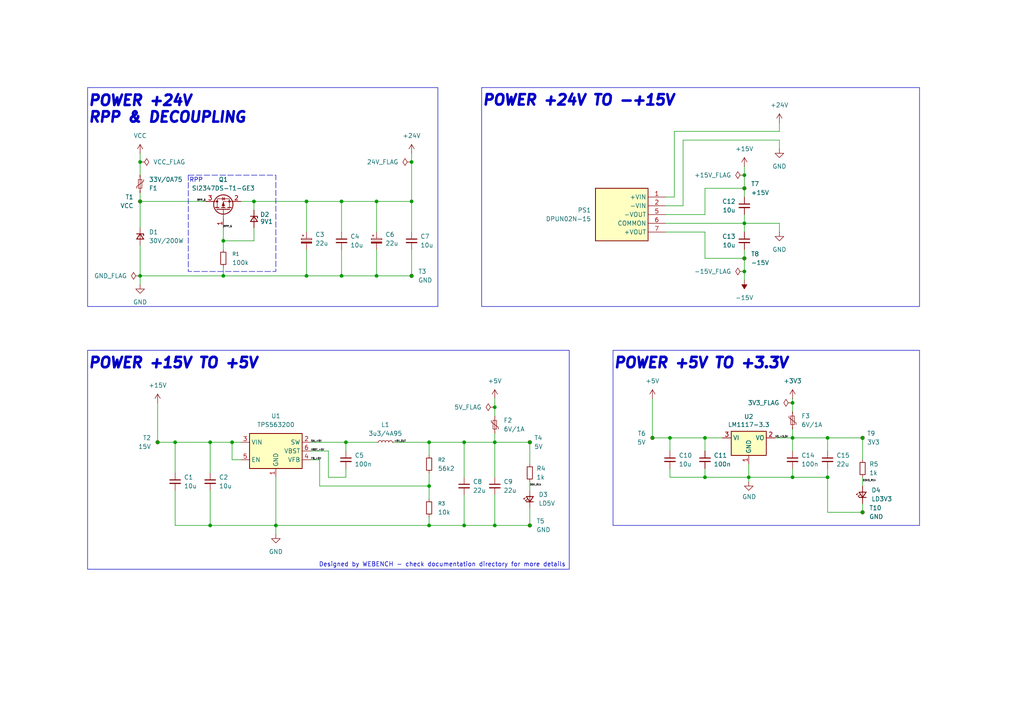
<source format=kicad_sch>
(kicad_sch (version 20250114) (generator "eeschema") (generator_version "9.0")
  (paper "A4")
  (title_block (title "PLC on STM - Power Shield") (date "2025-12-26") (company "Author: Grzegorz Potocki"))
  (lib_symbols
    (symbol "+5V_1" (power) (pin_numbers (hide yes)) (pin_names (offset 0) (hide yes))
      (property "Value" "+5V" (at 0 3.556 0))
      (symbol "+5V_1_0_1"
        (polyline (pts (xy -0.762 1.27) (xy 0 2.54)))
        (polyline (pts (xy 0 2.54) (xy 0.762 1.27)))
        (polyline (pts (xy 0 0) (xy 0 2.54)))
      )
      (symbol "+5V_1_1_1"
        (pin power_in line (at 0 0 90) (length 0) (name "~") (number "1"))
      )
    )
    (symbol "Connector:TestPoint_Small" (pin_numbers (hide yes)) (pin_names (offset 0.762) (hide yes))
      (property "Reference" "TP" (at 0 3.81 0))
      (property "Value" "TestPoint_Small" (at 0 2.032 0))
      (symbol "TestPoint_Small_0_1"
        (circle (center 0 0) (radius 0.508))
      )
      (symbol "TestPoint_Small_1_1"
        (pin passive line (at 0 0 90) (length 0) (name "1") (number "1"))
      )
    )
    (symbol "Device:C_Polarized_Small" (pin_numbers (hide yes)) (pin_names (offset 0.254) (hide yes))
      (property "Reference" "C" (at 0.254 1.778 0))
      (property "Value" "C_Polarized_Small" (at 0.254 -2.032 0))
      (symbol "C_Polarized_Small_0_1"
        (rectangle (start -1.524 0.6858) (end 1.524 0.3048))
        (rectangle (start -1.524 -0.3048) (end 1.524 -0.6858) (fill (type outline)))
        (polyline (pts (xy -1.27 1.524) (xy -0.762 1.524)))
        (polyline (pts (xy -1.016 1.27) (xy -1.016 1.778)))
      )
      (symbol "C_Polarized_Small_1_1"
        (pin passive line (at 0 2.54 270) (length 1.8542) (name "~") (number "1"))
        (pin passive line (at 0 -2.54 90) (length 1.8542) (name "~") (number "2"))
      )
    )
    (symbol "Device:C_Small" (pin_numbers (hide yes)) (pin_names (offset 0.254) (hide yes))
      (property "Reference" "C" (at 0.254 1.778 0))
      (property "Value" "C_Small" (at 0.254 -2.032 0))
      (symbol "C_Small_0_1"
        (polyline (pts (xy -1.524 0.508) (xy 1.524 0.508)) (stroke (width 0.3048)))
        (polyline (pts (xy -1.524 -0.508) (xy 1.524 -0.508)) (stroke (width 0.3302)))
      )
      (symbol "C_Small_1_1"
        (pin passive line (at 0 2.54 270) (length 2.032) (name "~") (number "1"))
        (pin passive line (at 0 -2.54 90) (length 2.032) (name "~") (number "2"))
      )
    )
    (symbol "Device:D_Zener_Small" (pin_numbers (hide yes)) (pin_names (offset 0.254) (hide yes))
      (property "Reference" "D" (at 0 2.286 0))
      (property "Value" "D_Zener_Small" (at 0 -2.286 0))
      (symbol "D_Zener_Small_0_1"
        (polyline (pts (xy -0.254 1.016) (xy -0.762 1.016) (xy -0.762 -1.016)) (stroke (width 0.254)))
        (polyline (pts (xy 0.762 1.016) (xy -0.762 0) (xy 0.762 -1.016) (xy 0.762 1.016)) (stroke (width 0.254)))
        (polyline (pts (xy 0.762 0) (xy -0.762 0)))
      )
      (symbol "D_Zener_Small_1_1"
        (pin passive line (at -2.54 0 0) (length 1.778) (name "K") (number "1"))
        (pin passive line (at 2.54 0 180) (length 1.778) (name "A") (number "2"))
      )
    )
    (symbol "Device:LED_Small" (pin_numbers (hide yes)) (pin_names (offset 0.254) (hide yes))
      (property "Reference" "D" (at -1.27 3.175 0))
      (property "Value" "LED_Small" (at -4.445 -2.54 0))
      (symbol "LED_Small_0_1"
        (polyline (pts (xy -0.762 -1.016) (xy -0.762 1.016)) (stroke (width 0.254)))
        (polyline (pts (xy 0 0.762) (xy -0.508 1.27) (xy -0.254 1.27) (xy -0.508 1.27) (xy -0.508 1.016)))
        (polyline (pts (xy 0.508 1.27) (xy 0 1.778) (xy 0.254 1.778) (xy 0 1.778) (xy 0 1.524)))
        (polyline (pts (xy 0.762 -1.016) (xy -0.762 0) (xy 0.762 1.016) (xy 0.762 -1.016)) (stroke (width 0.254)))
        (polyline (pts (xy 1.016 0) (xy -0.762 0)))
      )
      (symbol "LED_Small_1_1"
        (pin passive line (at -2.54 0 0) (length 1.778) (name "K") (number "1"))
        (pin passive line (at 2.54 0 180) (length 1.778) (name "A") (number "2"))
      )
    )
    (symbol "Device:L_Small" (pin_numbers (hide yes)) (pin_names (offset 0.254) (hide yes))
      (property "Reference" "L" (at 0.762 1.016 0))
      (property "Value" "L_Small" (at 0.762 -1.016 0))
      (symbol "L_Small_0_1"
        (arc (start 0 2.032) (mid 0.5058 1.524) (end 0 1.016))
        (arc (start 0 1.016) (mid 0.5058 0.508) (end 0 0))
        (arc (start 0 0) (mid 0.5058 -0.508) (end 0 -1.016))
        (arc (start 0 -1.016) (mid 0.5058 -1.524) (end 0 -2.032))
      )
      (symbol "L_Small_1_1"
        (pin passive line (at 0 2.54 270) (length 0.508) (name "~") (number "1"))
        (pin passive line (at 0 -2.54 90) (length 0.508) (name "~") (number "2"))
      )
    )
    (symbol "Device:Polyfuse_Small" (pin_numbers (hide yes)) (pin_names (offset 0))
      (property "Reference" "F" (at -1.905 0 90))
      (property "Value" "Polyfuse_Small" (at 1.905 0 90))
      (symbol "Polyfuse_Small_0_1"
        (polyline (pts (xy -1.016 1.27) (xy -1.016 0.762) (xy 1.016 -0.762) (xy 1.016 -1.27)))
        (rectangle (start -0.508 1.27) (end 0.508 -1.27))
        (polyline (pts (xy 0 2.54) (xy 0 -2.54)))
      )
      (symbol "Polyfuse_Small_1_1"
        (pin passive line (at 0 2.54 270) (length 0.635) (name "~") (number "1"))
        (pin passive line (at 0 -2.54 90) (length 0.635) (name "~") (number "2"))
      )
    )
    (symbol "Device:R_Small" (pin_numbers (hide yes)) (pin_names (offset 0.254) (hide yes))
      (property "Reference" "R" (at 0 0 90))
      (property "Value" "R_Small" (at 1.778 0 90))
      (symbol "R_Small_0_1"
        (rectangle (start -0.762 1.778) (end 0.762 -1.778) (stroke (width 0.2032)))
      )
      (symbol "R_Small_1_1"
        (pin passive line (at 0 2.54 270) (length 0.762) (name "~") (number "1"))
        (pin passive line (at 0 -2.54 90) (length 0.762) (name "~") (number "2"))
      )
    )
    (symbol "LED_Small_1" (pin_numbers (hide yes)) (pin_names (offset 0.254) (hide yes))
      (property "Reference" "D" (at -1.27 3.175 0))
      (property "Value" "LED_Small" (at -4.445 -2.54 0))
      (symbol "LED_Small_1_0_1"
        (polyline (pts (xy -0.762 -1.016) (xy -0.762 1.016)) (stroke (width 0.254)))
        (polyline (pts (xy 0 0.762) (xy -0.508 1.27) (xy -0.254 1.27) (xy -0.508 1.27) (xy -0.508 1.016)))
        (polyline (pts (xy 0.508 1.27) (xy 0 1.778) (xy 0.254 1.778) (xy 0 1.778) (xy 0 1.524)))
        (polyline (pts (xy 0.762 -1.016) (xy -0.762 0) (xy 0.762 1.016) (xy 0.762 -1.016)) (stroke (width 0.254)))
        (polyline (pts (xy 1.016 0) (xy -0.762 0)))
      )
      (symbol "LED_Small_1_1_1"
        (pin passive line (at -2.54 0 0) (length 1.778) (name "K") (number "1"))
        (pin passive line (at 2.54 0 180) (length 1.778) (name "A") (number "2"))
      )
    )
    (symbol "PLC_on_STM:DPUN02N-15"
      (property "Reference" "PS" (at 21.59 7.62 0))
      (property "Value" "DPUN02N-15" (at 21.59 5.08 0))
      (symbol "DPUN02N-15_1_1"
        (rectangle (start 5.08 2.54) (end 20.32 -12.7) (stroke (width 0.254)) (fill (type background)))
        (pin passive line (at 0 0 0) (length 5.08) (name "+VIN") (number "1"))
        (pin passive line (at 0 -2.54 0) (length 5.08) (name "-VIN") (number "2"))
        (pin passive line (at 0 -5.08 0) (length 5.08) (name "-VOUT") (number "5"))
        (pin passive line (at 0 -7.62 0) (length 5.08) (name "COMMON") (number "6"))
        (pin passive line (at 0 -10.16 0) (length 5.08) (name "+VOUT") (number "7"))
      )
    )
    (symbol "R_Small_1" (pin_numbers (hide yes)) (pin_names (offset 0.254) (hide yes))
      (property "Reference" "R" (at 0 0 90))
      (property "Value" "R_Small" (at 1.778 0 90))
      (symbol "R_Small_1_0_1"
        (rectangle (start -0.762 1.778) (end 0.762 -1.778) (stroke (width 0.2032)))
      )
      (symbol "R_Small_1_1_1"
        (pin passive line (at 0 2.54 270) (length 0.762) (name "~") (number "1"))
        (pin passive line (at 0 -2.54 90) (length 0.762) (name "~") (number "2"))
      )
    )
    (symbol "Regulator_Linear:LM1117MP-3.3"
      (property "Reference" "U" (at -3.81 3.175 0))
      (property "Value" "LM1117MP-3.3" (at 0 3.175 0))
      (symbol "LM1117MP-3.3_0_1"
        (rectangle (start -5.08 -5.08) (end 5.08 1.905) (stroke (width 0.254)) (fill (type background)))
      )
      (symbol "LM1117MP-3.3_1_1"
        (pin power_in line (at -7.62 0 0) (length 2.54) (name "VI") (number "3"))
        (pin power_in line (at 0 -7.62 90) (length 2.54) (name "GND") (number "1"))
        (pin power_out line (at 7.62 0 180) (length 2.54) (name "VO") (number "2"))
      )
    )
    (symbol "Regulator_Switching:TPS563200"
      (property "Reference" "U" (at -7.62 6.35 0))
      (property "Value" "TPS563200" (at -2.54 6.35 0))
      (symbol "TPS563200_0_1"
        (rectangle (start -7.62 5.08) (end 7.62 -5.08) (stroke (width 0.254)) (fill (type background)))
      )
      (symbol "TPS563200_1_1"
        (pin power_in line (at -10.16 2.54 0) (length 2.54) (name "VIN") (number "3"))
        (pin input line (at -10.16 -2.54 0) (length 2.54) (name "EN") (number "5"))
        (pin power_in line (at 0 -7.62 90) (length 2.54) (name "GND") (number "1"))
        (pin output line (at 10.16 2.54 180) (length 2.54) (name "SW") (number "2"))
        (pin passive line (at 10.16 0 180) (length 2.54) (name "VBST") (number "6"))
        (pin input line (at 10.16 -2.54 180) (length 2.54) (name "VFB") (number "4"))
      )
    )
    (symbol "Transistor_FET:Q_PMOS_GSD" (pin_names (offset 0) (hide yes))
      (property "Reference" "Q" (at 5.08 1.905 0))
      (property "Value" "Q_PMOS_GSD" (at 5.08 0 0))
      (symbol "Q_PMOS_GSD_0_1"
        (polyline (pts (xy 0.254 1.905) (xy 0.254 -1.905)) (stroke (width 0.254)))
        (polyline (pts (xy 0.254 0) (xy -2.54 0)))
        (polyline (pts (xy 0.762 2.286) (xy 0.762 1.27)) (stroke (width 0.254)))
        (polyline (pts (xy 0.762 1.778) (xy 3.302 1.778) (xy 3.302 -1.778) (xy 0.762 -1.778)))
        (polyline (pts (xy 0.762 0.508) (xy 0.762 -0.508)) (stroke (width 0.254)))
        (polyline (pts (xy 0.762 -1.27) (xy 0.762 -2.286)) (stroke (width 0.254)))
        (circle (center 1.651 0) (radius 2.794) (stroke (width 0.254)))
        (polyline (pts (xy 2.286 0) (xy 1.27 0.381) (xy 1.27 -0.381) (xy 2.286 0)) (fill (type outline)))
        (polyline (pts (xy 2.54 2.54) (xy 2.54 1.778)))
        (circle (center 2.54 1.778) (radius 0.254) (fill (type outline)))
        (circle (center 2.54 -1.778) (radius 0.254) (fill (type outline)))
        (polyline (pts (xy 2.54 -2.54) (xy 2.54 0) (xy 0.762 0)))
        (polyline (pts (xy 2.921 -0.381) (xy 3.683 -0.381)))
        (polyline (pts (xy 3.302 -0.381) (xy 2.921 0.254) (xy 3.683 0.254) (xy 3.302 -0.381)))
      )
      (symbol "Q_PMOS_GSD_1_1"
        (pin input line (at -5.08 0 0) (length 2.54) (name "G") (number "1"))
        (pin passive line (at 2.54 5.08 270) (length 2.54) (name "D") (number "3"))
        (pin passive line (at 2.54 -5.08 90) (length 2.54) (name "S") (number "2"))
      )
    )
    (symbol "power:+15V" (power) (pin_numbers (hide yes)) (pin_names (offset 0) (hide yes))
      (property "Value" "+15V" (at 0 3.556 0))
      (symbol "+15V_0_1"
        (polyline (pts (xy -0.762 1.27) (xy 0 2.54)))
        (polyline (pts (xy 0 2.54) (xy 0.762 1.27)))
        (polyline (pts (xy 0 0) (xy 0 2.54)))
      )
      (symbol "+15V_1_1"
        (pin power_in line (at 0 0 90) (length 0) (name "~") (number "1"))
      )
    )
    (symbol "power:+24V" (power) (pin_numbers (hide yes)) (pin_names (offset 0) (hide yes))
      (property "Value" "+24V" (at 0 3.556 0))
      (symbol "+24V_0_1"
        (polyline (pts (xy -0.762 1.27) (xy 0 2.54)))
        (polyline (pts (xy 0 2.54) (xy 0.762 1.27)))
        (polyline (pts (xy 0 0) (xy 0 2.54)))
      )
      (symbol "+24V_1_1"
        (pin power_in line (at 0 0 90) (length 0) (name "~") (number "1"))
      )
    )
    (symbol "power:+3V3" (power) (pin_numbers (hide yes)) (pin_names (offset 0) (hide yes))
      (property "Value" "+3V3" (at 0 3.556 0))
      (symbol "+3V3_0_1"
        (polyline (pts (xy -0.762 1.27) (xy 0 2.54)))
        (polyline (pts (xy 0 2.54) (xy 0.762 1.27)))
        (polyline (pts (xy 0 0) (xy 0 2.54)))
      )
      (symbol "+3V3_1_1"
        (pin power_in line (at 0 0 90) (length 0) (name "~") (number "1"))
      )
    )
    (symbol "power:+5V" (power) (pin_numbers (hide yes)) (pin_names (offset 0) (hide yes))
      (property "Value" "+5V" (at 0 3.556 0))
      (symbol "+5V_0_1"
        (polyline (pts (xy -0.762 1.27) (xy 0 2.54)))
        (polyline (pts (xy 0 2.54) (xy 0.762 1.27)))
        (polyline (pts (xy 0 0) (xy 0 2.54)))
      )
      (symbol "+5V_1_1"
        (pin power_in line (at 0 0 90) (length 0) (name "~") (number "1"))
      )
    )
    (symbol "power:-15V" (power) (pin_numbers (hide yes)) (pin_names (offset 0) (hide yes))
      (property "Value" "-15V" (at 0 3.556 0))
      (symbol "-15V_0_0"
        (pin power_in line (at 0 0 90) (length 0) (name "~") (number "1"))
      )
      (symbol "-15V_0_1"
        (polyline (pts (xy 0 0) (xy 0 1.27) (xy 0.762 1.27) (xy 0 2.54) (xy -0.762 1.27) (xy 0 1.27)) (fill (type outline)))
      )
    )
    (symbol "power:GND" (power) (pin_numbers (hide yes)) (pin_names (offset 0) (hide yes))
      (property "Value" "GND" (at 0 -3.81 0))
      (symbol "GND_0_1"
        (polyline (pts (xy 0 0) (xy 0 -1.27) (xy 1.27 -1.27) (xy 0 -2.54) (xy -1.27 -1.27) (xy 0 -1.27)))
      )
      (symbol "GND_1_1"
        (pin power_in line (at 0 0 270) (length 0) (name "~") (number "1"))
      )
    )
    (symbol "power:PWR_FLAG" (power) (pin_numbers (hide yes)) (pin_names (offset 0) (hide yes))
      (property "Value" "PWR_FLAG" (at 0 3.81 0))
      (symbol "PWR_FLAG_0_0"
        (pin power_out line (at 0 0 90) (length 0) (name "~") (number "1"))
      )
      (symbol "PWR_FLAG_0_1"
        (polyline (pts (xy 0 0) (xy 0 1.27) (xy -1.016 1.905) (xy 0 2.54) (xy 1.016 1.905) (xy 0 1.27)))
      )
    )
    (symbol "power:VCC" (power) (pin_numbers (hide yes)) (pin_names (offset 0) (hide yes))
      (property "Value" "VCC" (at 0 3.556 0))
      (symbol "VCC_0_1"
        (polyline (pts (xy -0.762 1.27) (xy 0 2.54)))
        (polyline (pts (xy 0 2.54) (xy 0.762 1.27)))
        (polyline (pts (xy 0 0) (xy 0 2.54)))
      )
      (symbol "VCC_1_1"
        (pin power_in line (at 0 0 90) (length 0) (name "~") (number "1"))
      )
    )
  )
  (rectangle (start 25.4 25.4) (end 127 88.9))
  (rectangle (start 54.61 50.8) (end 80.01 78.74) (stroke (width 0) (type dash)))
  (rectangle (start 139.7 25.4) (end 266.7 88.9))
  (rectangle (start 177.8 101.6) (end 266.7 152.4))
  (rectangle (start 25.4 101.6) (end 165.1 165.1))
  (text "POWER +24V TO -+15V" (at 139.7 29.21 0) (effects (font (size 3 3) (thickness 2) (bold yes) (italic yes)) (justify left)))
  (text "POWER +15V TO +5V" (at 25.4 105.41 0) (effects (font (size 3 3) (thickness 2) (bold yes) (italic yes)) (justify left)))
  (text "RPP" (at 56.896 52.324 0) (effects (font (size 1.27 1.27))))
  (text "POWER +24V\nRPP & DECOUPLING" (at 25.4 31.75 0) (effects (font (size 3 3) (thickness 2) (bold yes) (italic yes)) (justify left)))
  (text "POWER +5V TO +3.3V" (at 177.8 105.41 0) (effects (font (size 3 3) (thickness 2) (bold yes) (italic yes)) (justify left)))
  (text "Designed by WEBENCH - check documentation directory for more details" (at 128.27 163.83 0) (effects (font (size 1.27 1.27))))
  (junction (at 143.51 152.4))
  (junction (at 119.38 80.01))
  (junction (at 73.66 58.42))
  (junction (at 215.9 74.93))
  (junction (at 153.67 128.27))
  (junction (at 215.9 64.77))
  (junction (at 50.8 128.27))
  (junction (at 189.23 127))
  (junction (at 134.62 128.27))
  (junction (at 229.87 138.43))
  (junction (at 99.06 80.01))
  (junction (at 194.31 127))
  (junction (at 143.51 128.27))
  (junction (at 124.46 152.4))
  (junction (at 40.64 46.99))
  (junction (at 215.9 50.8))
  (junction (at 80.01 152.4))
  (junction (at 64.77 69.85))
  (junction (at 109.22 80.01))
  (junction (at 215.9 54.61))
  (junction (at 99.06 58.42))
  (junction (at 240.03 138.43))
  (junction (at 153.67 152.4))
  (junction (at 217.17 138.43))
  (junction (at 229.87 116.84))
  (junction (at 60.96 128.27))
  (junction (at 143.51 118.11))
  (junction (at 124.46 128.27))
  (junction (at 204.47 127))
  (junction (at 229.87 127))
  (junction (at 109.22 58.42))
  (junction (at 134.62 152.4))
  (junction (at 215.9 78.74))
  (junction (at 119.38 58.42))
  (junction (at 240.03 127))
  (junction (at 40.64 80.01))
  (junction (at 88.9 58.42))
  (junction (at 67.31 128.27))
  (junction (at 45.72 128.27))
  (junction (at 100.33 128.27))
  (junction (at 250.19 148.59))
  (junction (at 64.77 80.01))
  (junction (at 250.19 127))
  (junction (at 40.64 58.42))
  (junction (at 88.9 80.01))
  (junction (at 119.38 46.99))
  (junction (at 60.96 152.4))
  (junction (at 124.46 140.97))
  (junction (at 204.47 138.43))
  (wire (pts (xy 229.87 127) (xy 240.03 127)))
  (wire (pts (xy 143.51 152.4) (xy 153.67 152.4)))
  (wire (pts (xy 153.67 147.32) (xy 153.67 152.4)))
  (wire (pts (xy 198.12 40.64) (xy 198.12 59.69)))
  (wire (pts (xy 109.22 80.01) (xy 119.38 80.01)))
  (wire (pts (xy 153.67 139.7) (xy 153.67 142.24)))
  (wire (pts (xy 215.9 74.93) (xy 204.47 74.93)))
  (wire (pts (xy 250.19 138.43) (xy 250.19 140.97)))
  (wire (pts (xy 92.71 140.97) (xy 124.46 140.97)))
  (wire (pts (xy 100.33 135.89) (xy 100.33 138.43)))
  (wire (pts (xy 90.17 133.35) (xy 92.71 133.35)))
  (wire (pts (xy 193.04 67.31) (xy 204.47 67.31)))
  (wire (pts (xy 60.96 142.24) (xy 60.96 152.4)))
  (wire (pts (xy 229.87 135.89) (xy 229.87 138.43)))
  (wire (pts (xy 195.58 38.1) (xy 195.58 57.15)))
  (wire (pts (xy 64.77 69.85) (xy 73.66 69.85)))
  (wire (pts (xy 64.77 80.01) (xy 64.77 77.47)))
  (wire (pts (xy 143.51 128.27) (xy 153.67 128.27)))
  (wire (pts (xy 240.03 148.59) (xy 250.19 148.59)))
  (wire (pts (xy 195.58 57.15) (xy 193.04 57.15)))
  (wire (pts (xy 224.79 127) (xy 229.87 127)))
  (wire (pts (xy 64.77 80.01) (xy 88.9 80.01)))
  (wire (pts (xy 100.33 128.27) (xy 100.33 130.81)))
  (wire (pts (xy 143.51 118.11) (xy 143.51 120.65)))
  (wire (pts (xy 194.31 135.89) (xy 194.31 138.43)))
  (wire (pts (xy 45.72 128.27) (xy 50.8 128.27)))
  (wire (pts (xy 109.22 58.42) (xy 119.38 58.42)))
  (wire (pts (xy 240.03 135.89) (xy 240.03 138.43)))
  (wire (pts (xy 124.46 149.86) (xy 124.46 152.4)))
  (wire (pts (xy 45.72 116.84) (xy 45.72 128.27)))
  (wire (pts (xy 67.31 128.27) (xy 69.85 128.27)))
  (wire (pts (xy 95.25 130.81) (xy 95.25 138.43)))
  (wire (pts (xy 67.31 133.35) (xy 67.31 128.27)))
  (wire (pts (xy 95.25 138.43) (xy 100.33 138.43)))
  (wire (pts (xy 134.62 128.27) (xy 143.51 128.27)))
  (wire (pts (xy 99.06 72.39) (xy 99.06 80.01)))
  (wire (pts (xy 204.47 138.43) (xy 217.17 138.43)))
  (wire (pts (xy 80.01 152.4) (xy 124.46 152.4)))
  (wire (pts (xy 204.47 127) (xy 209.55 127)))
  (wire (pts (xy 226.06 64.77) (xy 226.06 67.31)))
  (wire (pts (xy 250.19 146.05) (xy 250.19 148.59)))
  (wire (pts (xy 88.9 58.42) (xy 88.9 67.31)))
  (wire (pts (xy 80.01 138.43) (xy 80.01 152.4)))
  (wire (pts (xy 143.51 125.73) (xy 143.51 128.27)))
  (wire (pts (xy 90.17 128.27) (xy 100.33 128.27)))
  (wire (pts (xy 119.38 44.45) (xy 119.38 46.99)))
  (wire (pts (xy 40.64 58.42) (xy 40.64 66.04)))
  (wire (pts (xy 119.38 46.99) (xy 119.38 58.42)))
  (wire (pts (xy 134.62 128.27) (xy 134.62 138.43)))
  (wire (pts (xy 143.51 115.57) (xy 143.51 118.11)))
  (wire (pts (xy 109.22 58.42) (xy 109.22 67.31)))
  (wire (pts (xy 73.66 60.96) (xy 73.66 58.42)))
  (wire (pts (xy 114.3 128.27) (xy 124.46 128.27)))
  (wire (pts (xy 204.47 127) (xy 204.47 130.81)))
  (wire (pts (xy 215.9 48.26) (xy 215.9 50.8)))
  (wire (pts (xy 90.17 130.81) (xy 95.25 130.81)))
  (wire (pts (xy 215.9 50.8) (xy 215.9 54.61)))
  (wire (pts (xy 99.06 58.42) (xy 99.06 67.31)))
  (wire (pts (xy 240.03 127) (xy 250.19 127)))
  (wire (pts (xy 229.87 116.84) (xy 229.87 119.38)))
  (wire (pts (xy 204.47 135.89) (xy 204.47 138.43)))
  (wire (pts (xy 143.51 128.27) (xy 143.51 138.43)))
  (wire (pts (xy 92.71 133.35) (xy 92.71 140.97)))
  (wire (pts (xy 193.04 62.23) (xy 204.47 62.23)))
  (wire (pts (xy 119.38 58.42) (xy 119.38 67.31)))
  (wire (pts (xy 100.33 128.27) (xy 109.22 128.27)))
  (wire (pts (xy 143.51 152.4) (xy 134.62 152.4)))
  (wire (pts (xy 226.06 35.56) (xy 226.06 38.1)))
  (wire (pts (xy 64.77 69.85) (xy 64.77 72.39)))
  (wire (pts (xy 194.31 127) (xy 194.31 130.81)))
  (wire (pts (xy 88.9 80.01) (xy 99.06 80.01)))
  (wire (pts (xy 40.64 80.01) (xy 40.64 82.55)))
  (wire (pts (xy 215.9 64.77) (xy 215.9 67.31)))
  (wire (pts (xy 204.47 54.61) (xy 204.47 62.23)))
  (wire (pts (xy 99.06 80.01) (xy 109.22 80.01)))
  (wire (pts (xy 67.31 128.27) (xy 60.96 128.27)))
  (wire (pts (xy 215.9 64.77) (xy 215.9 62.23)))
  (wire (pts (xy 194.31 138.43) (xy 204.47 138.43)))
  (wire (pts (xy 88.9 58.42) (xy 99.06 58.42)))
  (wire (pts (xy 40.64 44.45) (xy 40.64 46.99)))
  (wire (pts (xy 64.77 66.04) (xy 64.77 69.85)))
  (wire (pts (xy 73.66 58.42) (xy 88.9 58.42)))
  (wire (pts (xy 153.67 128.27) (xy 153.67 134.62)))
  (wire (pts (xy 194.31 127) (xy 204.47 127)))
  (wire (pts (xy 250.19 127) (xy 250.19 133.35)))
  (wire (pts (xy 50.8 152.4) (xy 60.96 152.4)))
  (wire (pts (xy 88.9 72.39) (xy 88.9 80.01)))
  (wire (pts (xy 80.01 152.4) (xy 80.01 154.94)))
  (wire (pts (xy 69.85 58.42) (xy 73.66 58.42)))
  (wire (pts (xy 217.17 138.43) (xy 229.87 138.43)))
  (wire (pts (xy 226.06 38.1) (xy 195.58 38.1)))
  (wire (pts (xy 226.06 64.77) (xy 215.9 64.77)))
  (wire (pts (xy 229.87 138.43) (xy 240.03 138.43)))
  (wire (pts (xy 109.22 72.39) (xy 109.22 80.01)))
  (wire (pts (xy 124.46 140.97) (xy 124.46 144.78)))
  (wire (pts (xy 215.9 54.61) (xy 204.47 54.61)))
  (wire (pts (xy 226.06 40.64) (xy 198.12 40.64)))
  (wire (pts (xy 124.46 128.27) (xy 124.46 132.08)))
  (wire (pts (xy 240.03 127) (xy 240.03 130.81)))
  (wire (pts (xy 60.96 128.27) (xy 50.8 128.27)))
  (wire (pts (xy 40.64 71.12) (xy 40.64 80.01)))
  (wire (pts (xy 215.9 64.77) (xy 193.04 64.77)))
  (wire (pts (xy 215.9 57.15) (xy 215.9 54.61)))
  (wire (pts (xy 124.46 137.16) (xy 124.46 140.97)))
  (wire (pts (xy 40.64 80.01) (xy 64.77 80.01)))
  (wire (pts (xy 229.87 115.57) (xy 229.87 116.84)))
  (wire (pts (xy 124.46 152.4) (xy 134.62 152.4)))
  (wire (pts (xy 50.8 128.27) (xy 50.8 137.16)))
  (wire (pts (xy 60.96 128.27) (xy 60.96 137.16)))
  (wire (pts (xy 134.62 143.51) (xy 134.62 152.4)))
  (wire (pts (xy 124.46 128.27) (xy 134.62 128.27)))
  (wire (pts (xy 60.96 152.4) (xy 80.01 152.4)))
  (wire (pts (xy 40.64 58.42) (xy 59.69 58.42)))
  (wire (pts (xy 119.38 80.01) (xy 119.38 72.39)))
  (wire (pts (xy 215.9 74.93) (xy 215.9 78.74)))
  (wire (pts (xy 73.66 66.04) (xy 73.66 69.85)))
  (wire (pts (xy 215.9 72.39) (xy 215.9 74.93)))
  (wire (pts (xy 69.85 133.35) (xy 67.31 133.35)))
  (wire (pts (xy 204.47 67.31) (xy 204.47 74.93)))
  (wire (pts (xy 40.64 46.99) (xy 40.64 50.8)))
  (wire (pts (xy 229.87 124.46) (xy 229.87 127)))
  (wire (pts (xy 189.23 127) (xy 194.31 127)))
  (wire (pts (xy 226.06 43.18) (xy 226.06 40.64)))
  (wire (pts (xy 99.06 58.42) (xy 109.22 58.42)))
  (wire (pts (xy 50.8 142.24) (xy 50.8 152.4)))
  (wire (pts (xy 217.17 138.43) (xy 217.17 139.7)))
  (wire (pts (xy 217.17 134.62) (xy 217.17 138.43)))
  (wire (pts (xy 240.03 138.43) (xy 240.03 148.59)))
  (wire (pts (xy 229.87 127) (xy 229.87 130.81)))
  (wire (pts (xy 40.64 55.88) (xy 40.64 58.42)))
  (wire (pts (xy 189.23 115.57) (xy 189.23 127)))
  (wire (pts (xy 198.12 59.69) (xy 193.04 59.69)))
  (wire (pts (xy 143.51 143.51) (xy 143.51 152.4)))
  (wire (pts (xy 215.9 78.74) (xy 215.9 81.28)))
  (label "FB_+5V" (at 90.17 133.35 0) (effects (font (size 0.508 0.508))))
  (label "RPP_D" (at 59.69 58.42 180) (effects (font (size 0.508 0.508))))
  (label "RPP_G" (at 64.77 66.04 0) (effects (font (size 0.508 0.508))))
  (label "SW_+5V" (at 90.17 128.27 0) (effects (font (size 0.508 0.508))))
  (label "VO_+3.3V" (at 224.79 127 0) (effects (font (size 0.508 0.508))))
  (label "D3V3_R1k" (at 250.19 139.7 0) (effects (font (size 0.508 0.508))))
  (label "D5V_R1k" (at 153.67 140.97 0) (effects (font (size 0.508 0.508))))
  (label "+5V_OUT" (at 114.3 128.27 0) (effects (font (size 0.5 0.5))))
  (label "VBST_+5V" (at 90.17 130.81 0) (effects (font (size 0.508 0.508))))
  (symbol (lib_id "Device:Polyfuse_Small") (at 143.51 123.19 180) (unit 1)
    (property "Reference" "F2" (at 146.05 121.9199 0) (effects (justify right)))
    (property "Value" "6V/1A" (at 146.05 124.4599 0) (effects (justify right)))
    (property "Footprint" "Fuse:Fuse_0805_2012Metric_Pad1.15x1.40mm_HandSolder" (effects (hide yes)))
    (property "Datasheet" "https://www.littelfuse.com/assetdocs/littelfuse-ptc-picosmdc-datasheet?assetguid=75cc9398-26da-415c-9144-183900e29204" (effects (hide yes)))
    (property "Description" "Resettable fuse, polymeric positive temperature coefficient, small symbol" (effects (hide yes)))
    (property "Mouser Price/Stock" "https://www.mouser.pl/ProductDetail/Littelfuse/PICOSMDC050S-2?qs=n8sQ3Nk5nkYQnaUyh%252BMvcA%3D%3D" (effects (hide yes)))
    (property "Mouser Part Number" "650-PICOSMDC050S-2" (effects (hide yes)))
  )
  (symbol (lib_id "Device:C_Small") (at 99.06 69.85 0) (unit 1)
    (property "Reference" "C4" (at 101.6 68.5862 0) (effects (justify left)))
    (property "Value" "10u" (at 101.6 71.1262 0) (effects (justify left)))
    (property "Footprint" "Capacitor_SMD:C_0603_1608Metric_Pad1.08x0.95mm_HandSolder" (effects (hide yes)))
    (property "Datasheet" "https://search.murata.co.jp/Ceramy/image/img/A01X/G101/ENG/GRM188R6YA106MA73-01A.pdf" (effects (hide yes)))
    (property "Description" "Unpolarized capacitor, small symbol" (effects (hide yes)))
    (property "Mouser Price/Stock" "https://www.mouser.pl/ProductDetail/Murata-Electronics/GRM188R6YA106MA73J?qs=5aG0NVq1C4xLSwNPdfnaYg%3D%3D" (effects (hide yes)))
    (property "Mouser Part Number" "81-GRM188R6YA106MA3J" (effects (hide yes)))
  )
  (symbol (lib_id "Device:C_Small") (at 143.51 140.97 0) (unit 1)
    (property "Reference" "C9" (at 146.05 139.7062 0) (effects (justify left)))
    (property "Value" "22u" (at 146.05 142.2462 0) (effects (justify left)))
    (property "Footprint" "Capacitor_SMD:C_0603_1608Metric_Pad1.08x0.95mm_HandSolder" (effects (hide yes)))
    (property "Datasheet" "https://product.tdk.com/system/files/dam/doc/product/capacitor/ceramic/mlcc/catalog/mlcc_commercial_general_en.pdf" (effects (hide yes)))
    (property "Description" "Unpolarized capacitor, small symbol" (effects (hide yes)))
    (property "Mouser Price/Stock" "https://www.mouser.pl/ProductDetail/TDK/C2012X5R1V226M125AC?qs=6JAMGB%252BEdkyUk0d2Mu2IrQ%3D%3D" (effects (hide yes)))
    (property "Mouser Part Number" "810-C2012X5R1V226MAC" (effects (hide yes)))
  )
  (symbol (lib_id "Device:C_Polarized_Small") (at 109.22 69.85 0) (unit 1)
    (property "Reference" "C6" (at 111.76 68.0338 0) (effects (justify left)))
    (property "Value" "22u" (at 111.76 70.5738 0) (effects (justify left)))
    (property "Footprint" "Capacitor_SMD:CP_Elec_4x5.8" (effects (hide yes)))
    (property "Datasheet" "https://www.mouser.pl/datasheet/2/293/e_ucm-2399683.pdf" (effects (hide yes)))
    (property "Description" "Polarized capacitor, small symbol" (effects (hide yes)))
    (property "Mouser Price/Stock" "https://www.mouser.pl/ProductDetail/Nichicon/UCM1V220MCL1GS?qs=DSgADHjnLTmugNSFk50cwA%3D%3D" (effects (hide yes)))
    (property "Mouser Part Number" "647-UCM1V220MCL1GS" (effects (hide yes)))
  )
  (symbol (lib_id "power:PWR_FLAG") (at 229.87 116.84 90) (mirror x) (unit 1)
    (property "Reference" "#FLG06" (effects (hide yes)))
    (property "Value" "3V3_FLAG" (at 226.06 116.8399 90) (effects (justify left)))
    (property "Description" "Special symbol for telling ERC where power comes from" (effects (hide yes)))
  )
  (symbol (lib_id "Connector:TestPoint_Small") (at 45.72 128.27 0) (mirror y) (unit 1)
    (property "Reference" "T2" (at 43.815 126.9999 0) (effects (justify left)))
    (property "Value" "15V" (at 43.815 129.5399 0) (effects (justify left)))
    (property "Footprint" "TestPoint:TestPoint_Pad_1.0x1.0mm" (effects (hide yes)))
    (property "Description" "test point" (effects (hide yes)))
  )
  (symbol (lib_id "Connector:TestPoint_Small") (at 250.19 127 0) (unit 1)
    (property "Reference" "T9" (at 251.46 125.7299 0) (effects (justify left)))
    (property "Value" "3V3" (at 251.46 128.2699 0) (effects (justify left)))
    (property "Footprint" "TestPoint:TestPoint_Pad_1.0x1.0mm" (effects (hide yes)))
    (property "Description" "test point" (effects (hide yes)))
  )
  (symbol (lib_id "Device:C_Small") (at 60.96 139.7 0) (unit 1)
    (property "Reference" "C2" (at 63.5 138.4362 0) (effects (justify left)))
    (property "Value" "10u" (at 63.5 140.9762 0) (effects (justify left)))
    (property "Footprint" "Capacitor_SMD:C_0603_1608Metric_Pad1.08x0.95mm_HandSolder" (effects (hide yes)))
    (property "Datasheet" "https://search.murata.co.jp/Ceramy/image/img/A01X/G101/ENG/GRM188R6YA106MA73-01A.pdf" (effects (hide yes)))
    (property "Description" "Unpolarized capacitor, small symbol" (effects (hide yes)))
    (property "Mouser Price/Stock" "https://www.mouser.pl/ProductDetail/Murata-Electronics/GRM188R6YA106MA73J?qs=5aG0NVq1C4xLSwNPdfnaYg%3D%3D" (effects (hide yes)))
    (property "Mouser Part Number" "81-GRM188R6YA106MA3J" (effects (hide yes)))
  )
  (symbol (lib_id "Device:D_Zener_Small") (at 73.66 63.5 270) (unit 1)
    (property "Reference" "D2" (at 75.438 62.23 90) (effects (justify left)))
    (property "Value" "9V1" (at 75.438 64.262 90) (effects (justify left)))
    (property "Footprint" "Diode_SMD:D_SOD-323_HandSoldering" (effects (hide yes)))
    (property "Datasheet" "https://eu.mouser.com/datasheet/2/258/MMXZ5223B_MMXZ5259B_SOD_323_-3365927.pdf" (effects (hide yes)))
    (property "Description" "Zener diode 9.1V" (effects (hide yes)))
    (property "Mouser Price/Stock" "https://eu.mouser.com/ProductDetail/Micro-Commercial-Components-MCC/MMXZ5239B-TP?qs=ZNK0BnemlqF4shEFWztjGQ%3D%3D" (effects (hide yes)))
    (property "Mouser Part Number" "833-MMXZ5239B-TP" (effects (hide yes)))
  )
  (symbol (lib_id "Device:C_Small") (at 50.8 139.7 0) (unit 1)
    (property "Reference" "C1" (at 53.34 138.4362 0) (effects (justify left)))
    (property "Value" "10u" (at 53.34 140.9762 0) (effects (justify left)))
    (property "Footprint" "Capacitor_SMD:C_0603_1608Metric_Pad1.08x0.95mm_HandSolder" (effects (hide yes)))
    (property "Datasheet" "https://search.murata.co.jp/Ceramy/image/img/A01X/G101/ENG/GRM188R6YA106MA73-01A.pdf" (effects (hide yes)))
    (property "Description" "Unpolarized capacitor, small symbol" (effects (hide yes)))
    (property "Mouser Price/Stock" "https://www.mouser.pl/ProductDetail/Murata-Electronics/GRM188R6YA106MA73J?qs=5aG0NVq1C4xLSwNPdfnaYg%3D%3D" (effects (hide yes)))
    (property "Mouser Part Number" "81-GRM188R6YA106MA3J" (effects (hide yes)))
  )
  (symbol (lib_id "Device:R_Small") (at 124.46 134.62 0) (unit 1)
    (property "Reference" "R2" (at 127 133.3499 0) (effects (font (size 1.016 1.016)) (justify left)))
    (property "Value" "56k2" (at 127 135.8899 0) (effects (justify left)))
    (property "Footprint" "Resistor_SMD:R_0603_1608Metric_Pad0.98x0.95mm_HandSolder" (effects (hide yes)))
    (property "Datasheet" "https://www.vishay.com/docs/20043/crcwhpe3.pdf" (effects (hide yes)))
    (property "Description" "Resistor, small symbol" (effects (hide yes)))
    (property "Mouser Part Number" "71-CRCW060356K2FKEAH" (effects (hide yes)))
    (property "Mouser Price/Stock" "https://www.mouser.pl/ProductDetail/Vishay/CRCW060356K2FKEAHP?qs=3t4MbaZKGHGZUwpsO0D5UA%3D%3D" (effects (hide yes)))
  )
  (symbol (lib_id "power:+15V") (at 215.9 48.26 0) (mirror y) (unit 1)
    (property "Reference" "#PWR08" (effects (hide yes)))
    (property "Value" "+15V" (at 215.9 43.18 0))
    (property "Description" "Power symbol creates a global label with name \"+15V\"" (effects (hide yes)))
  )
  (symbol (lib_id "power:+24V") (at 226.06 35.56 0) (mirror y) (unit 1)
    (property "Reference" "#PWR011" (effects (hide yes)))
    (property "Value" "+24V" (at 226.06 30.48 0))
    (property "Description" "Power symbol creates a global label with name \"+24V\"" (effects (hide yes)))
  )
  (symbol (lib_id "Device:LED_Small") (at 250.19 143.51 90) (unit 1)
    (property "Reference" "D4" (at 252.73 142.1764 90) (effects (justify right)))
    (property "Value" "LD3V3" (at 252.73 144.7164 90) (effects (justify right)))
    (property "Footprint" "LED_SMD:LED_0603_1608Metric_Pad1.05x0.95mm_HandSolder" (effects (hide yes)))
    (property "Description" "Light emitting diode, small symbol" (effects (hide yes)))
    (property "Sim.Pin" "1=K 2=A" (effects (hide yes)))
    (property "Sim.Pins" "1=K 2=A" (effects (hide yes)))
  )
  (symbol (lib_id "Connector:TestPoint_Small") (at 153.67 152.4 0) (unit 1)
    (property "Reference" "T5" (at 155.575 151.1299 0) (effects (justify left)))
    (property "Value" "GND" (at 155.575 153.6699 0) (effects (justify left)))
    (property "Footprint" "TestPoint:TestPoint_Pad_1.0x1.0mm" (effects (hide yes)))
    (property "Description" "test point" (effects (hide yes)))
  )
  (symbol (lib_id "Transistor_FET:Q_PMOS_GSD") (at 64.77 60.96 90) (unit 1)
    (property "Reference" "Q1" (at 64.77 52.07 90))
    (property "Value" "SI2347DS-T1-GE3" (at 64.77 54.61 90))
    (property "Footprint" "Package_TO_SOT_SMD:SOT-23-3" (effects (hide yes)))
    (property "Datasheet" "https://www.vishay.com/docs/62827/si2347ds.pdf" (effects (hide yes)))
    (property "Description" "P-MOSFET transistor, gate/source/drain" (effects (hide yes)))
    (property "Mouser Price/Stock" "https://www.mouser.pl/ProductDetail/Vishay-Semiconductors/SI2347DS-T1-GE3?qs=wnm%2FPMJNddFQv4lfacOrcA%3D%3D" (effects (hide yes)))
    (property "Mouser Part Number" "78-SI2347DS-T1-GE3" (effects (hide yes)))
  )
  (symbol (lib_id "Connector:TestPoint_Small") (at 153.67 128.27 0) (unit 1)
    (property "Reference" "T4" (at 154.94 126.9999 0) (effects (justify left)))
    (property "Value" "5V" (at 154.94 129.5399 0) (effects (justify left)))
    (property "Footprint" "TestPoint:TestPoint_Pad_1.0x1.0mm" (effects (hide yes)))
    (property "Description" "test point" (effects (hide yes)))
  )
  (symbol (lib_name "LED_Small_1") (lib_id "Device:LED_Small") (at 153.67 144.78 90) (unit 1)
    (property "Reference" "D3" (at 156.21 143.4464 90) (effects (justify right)))
    (property "Value" "LD5V" (at 156.21 145.9864 90) (effects (justify right)))
    (property "Footprint" "LED_SMD:LED_0603_1608Metric_Pad1.05x0.95mm_HandSolder" (effects (hide yes)))
    (property "Description" "Light emitting diode, small symbol" (effects (hide yes)))
    (property "Sim.Pin" "1=K 2=A" (effects (hide yes)))
    (property "Sim.Pins" "1=K 2=A" (effects (hide yes)))
  )
  (symbol (lib_id "Device:C_Small") (at 194.31 133.35 0) (unit 1)
    (property "Reference" "C10" (at 196.85 132.0862 0) (effects (justify left)))
    (property "Value" "10u" (at 196.85 134.6262 0) (effects (justify left)))
    (property "Footprint" "Capacitor_SMD:C_0603_1608Metric_Pad1.08x0.95mm_HandSolder" (effects (hide yes)))
    (property "Datasheet" "https://search.murata.co.jp/Ceramy/image/img/A01X/G101/ENG/GRM188R6YA106MA73-01A.pdf" (effects (hide yes)))
    (property "Description" "Unpolarized capacitor, small symbol" (effects (hide yes)))
    (property "Mouser Price/Stock" "https://www.mouser.pl/ProductDetail/Murata-Electronics/GRM188R6YA106MA73J?qs=5aG0NVq1C4xLSwNPdfnaYg%3D%3D" (effects (hide yes)))
    (property "Mouser Part Number" "81-GRM188R6YA106MA3J" (effects (hide yes)))
  )
  (symbol (lib_name "R_Small_1") (lib_id "Device:R_Small") (at 64.77 74.93 180) (unit 1)
    (property "Reference" "R1" (at 67.31 73.6599 0) (effects (font (size 1.016 1.016)) (justify right)))
    (property "Value" "100k" (at 67.31 76.1999 0) (effects (justify right)))
    (property "Footprint" "Resistor_SMD:R_0603_1608Metric_Pad0.98x0.95mm_HandSolder" (effects (hide yes)))
    (property "Datasheet" "https://www.koaspeer.com/pdfs/RK73B.pdf" (effects (hide yes)))
    (property "Description" "Resistor, small symbol" (effects (hide yes)))
    (property "Mouser Part Number" "603-RT0603DRE07100KL" (effects (hide yes)))
    (property "Mouser Price/Stock" "https://www.mouser.pl/ProductDetail/KOA-Speer/RK73B1JTTD104J?qs=sGAEpiMZZMvdGkrng054t2HaaJFon%252B0pQ1vDU7rpyKc%3D" (effects (hide yes)))
  )
  (symbol (lib_id "Device:R_Small") (at 124.46 147.32 180) (unit 1)
    (property "Reference" "R3" (at 127 146.0499 0) (effects (font (size 1.016 1.016)) (justify right)))
    (property "Value" "10k" (at 127 148.5899 0) (effects (justify right)))
    (property "Footprint" "Resistor_SMD:R_0603_1608Metric_Pad0.98x0.95mm_HandSolder" (effects (hide yes)))
    (property "Datasheet" "https://www.vishay.com/docs/20035/dcrcwe3.pdf" (effects (hide yes)))
    (property "Description" "Resistor, small symbol" (effects (hide yes)))
    (property "Mouser Part Number" "71-CRCW0603-10K-E3" (effects (hide yes)))
    (property "Mouser Price/Stock" "https://www.mouser.pl/ProductDetail/Vishay/CRCW060310K0FKEA?qs=pAO1Z172M84BVnhDjtnsoQ%3D%3D" (effects (hide yes)))
  )
  (symbol (lib_id "Device:C_Small") (at 204.47 133.35 0) (unit 1)
    (property "Reference" "C11" (at 207.01 132.0862 0) (effects (justify left)))
    (property "Value" "100n" (at 207.01 134.6262 0) (effects (justify left)))
    (property "Footprint" "Capacitor_SMD:C_0603_1608Metric_Pad1.08x0.95mm_HandSolder" (effects (hide yes)))
    (property "Datasheet" "https://search.murata.co.jp/Ceramy/image/img/A01X/G101/ENG/GRM033R6YA104ME14-01A.pdf" (effects (hide yes)))
    (property "Description" "Unpolarized capacitor, small symbol" (effects (hide yes)))
    (property "Mouser Price/Stock" "https://www.mouser.pl/ProductDetail/Murata-Electronics/GRM033R6YA104ME14D?qs=P%2FC4Eoq9CDwjSVlAMBrT%252Bw%3D%3D" (effects (hide yes)))
    (property "Mouser Part Number" "81-GRM33R6YA104ME14D" (effects (hide yes)))
  )
  (symbol (lib_id "power:VCC") (at 40.64 44.45 0) (unit 1)
    (property "Reference" "#PWR01" (effects (hide yes)))
    (property "Value" "VCC" (at 40.64 39.37 0))
    (property "Description" "Power symbol creates a global label with name \"VCC\"" (effects (hide yes)))
  )
  (symbol (lib_id "Device:C_Small") (at 229.87 133.35 0) (unit 1)
    (property "Reference" "C14" (at 232.41 132.0862 0) (effects (justify left)))
    (property "Value" "100n" (at 232.41 134.6262 0) (effects (justify left)))
    (property "Footprint" "Capacitor_SMD:C_0603_1608Metric_Pad1.08x0.95mm_HandSolder" (effects (hide yes)))
    (property "Datasheet" "https://search.murata.co.jp/Ceramy/image/img/A01X/G101/ENG/GRM033R6YA104ME14-01A.pdf" (effects (hide yes)))
    (property "Description" "Unpolarized capacitor, small symbol" (effects (hide yes)))
    (property "Mouser Price/Stock" "https://www.mouser.pl/ProductDetail/Murata-Electronics/GRM033R6YA104ME14D?qs=P%2FC4Eoq9CDwjSVlAMBrT%252Bw%3D%3D" (effects (hide yes)))
    (property "Mouser Part Number" "81-GRM33R6YA104ME14D" (effects (hide yes)))
  )
  (symbol (lib_id "power:GND") (at 217.17 139.7 0) (unit 1)
    (property "Reference" "#PWR010" (effects (hide yes)))
    (property "Value" "GND" (at 217.297 144.0942 0))
  )
  (symbol (lib_id "Device:R_Small") (at 153.67 137.16 0) (unit 1)
    (property "Reference" "R4" (at 155.575 135.8899 0) (effects (justify left)))
    (property "Value" "1k" (at 155.575 138.4299 0) (effects (justify left)))
    (property "Footprint" "Resistor_SMD:R_0603_1608Metric_Pad0.98x0.95mm_HandSolder" (effects (hide yes)))
    (property "Datasheet" "https://www.vishay.com/docs/20035/dcrcwe3.pdf" (effects (hide yes)))
    (property "Description" "Resistor, small symbol" (effects (hide yes)))
    (property "Mouser Price/Stock" "https://www.mouser.pl/ProductDetail/Vishay-Dale/CRCW06031K00FKED?qs=sGAEpiMZZMtlubZbdhIBIKbhzOdzan%2FGTch9K0lp5pQ%3D" (effects (hide yes)))
    (property "Mouser Part Number" "71-CRCW06031K00FKED" (effects (hide yes)))
  )
  (symbol (lib_id "power:GND") (at 80.01 154.94 0) (unit 1)
    (property "Reference" "#PWR04" (effects (hide yes)))
    (property "Value" "GND" (at 80.01 160.02 0))
    (property "Description" "Power symbol creates a global label with name \"GND\" , ground" (effects (hide yes)))
  )
  (symbol (lib_id "Connector:TestPoint_Small") (at 119.38 80.01 0) (unit 1)
    (property "Reference" "T3" (at 121.285 78.7399 0) (effects (justify left)))
    (property "Value" "GND" (at 121.285 81.2799 0) (effects (justify left)))
    (property "Footprint" "TestPoint:TestPoint_Pad_1.0x1.0mm" (effects (hide yes)))
    (property "Description" "test point" (effects (hide yes)))
  )
  (symbol (lib_id "PLC_on_STM:DPUN02N-15") (at 193.04 57.15 0) (mirror y) (unit 1)
    (property "Reference" "PS1" (at 171.45 60.9599 0) (effects (justify left)))
    (property "Value" "DPUN02N-15" (at 171.45 63.4999 0) (effects (justify left)))
    (property "Footprint" "PLC_STM:DPUN02N15" (effects (hide yes)))
    (property "Datasheet" "https://www.meanwell.com/webapp/product/search.aspx?prod=DPUN02#1" (effects (hide yes)))
    (property "Description" "Isolated DC/DC Converters 2W 24Vin +/-15Vout +/-0-67mA SIP Unreg" (effects (hide yes)))
    (property "Height" "10.45" (effects (hide yes)))
    (property "Mouser Part Number" "709-DPUN02N-15" (effects (hide yes)))
    (property "Mouser Price/Stock" "https://www.mouser.pl/ProductDetail/MEAN-WELL/DPUN02N-15?qs=sGAEpiMZZMsc0tfZmXiUnRRWZIj0J6UIlDqTAySY%2F5%252BWEyUU85IU4g%3D%3D" (effects (hide yes)))
    (property "Manufacturer_Name" "Mean Well" (effects (hide yes)))
    (property "Manufacturer_Part_Number" "DPUN02N-15" (effects (hide yes)))
  )
  (symbol (lib_id "Connector:TestPoint_Small") (at 215.9 54.61 0) (unit 1)
    (property "Reference" "T7" (at 217.805 53.3399 0) (effects (justify left)))
    (property "Value" "+15V" (at 217.805 55.8799 0) (effects (justify left)))
    (property "Footprint" "TestPoint:TestPoint_Pad_1.0x1.0mm" (effects (hide yes)))
    (property "Description" "test point" (effects (hide yes)))
  )
  (symbol (lib_id "power:+3V3") (at 229.87 115.57 0) (unit 1)
    (property "Reference" "#PWR014" (effects (hide yes)))
    (property "Value" "+3V3" (at 229.87 110.49 0))
    (property "Description" "Power symbol creates a global label with name \"+3V3\"" (effects (hide yes)))
  )
  (symbol (lib_id "Regulator_Linear:LM1117MP-3.3") (at 217.17 127 0) (unit 1)
    (property "Reference" "U2" (at 217.17 120.8532 0))
    (property "Value" "LM1117-3.3" (at 217.17 123.1646 0))
    (property "Footprint" "Package_TO_SOT_SMD:SOT-223-3_TabPin2" (effects (hide yes)))
    (property "Datasheet" "http://www.ti.com/lit/ds/symlink/lm1117.pdf" (effects (hide yes)))
    (property "Mouser Price/Stock" "https://www.mouser.pl/ProductDetail/Texas-Instruments/LM1117MPX-3.3-NOPB?qs=X1J7HmVL2ZHRbBIxXi4utg%3D%3D" (effects (hide yes)))
    (property "Mouser Part Number" "926-LM1117MPX3.3NOPB" (effects (hide yes)))
  )
  (symbol (lib_id "Device:C_Small") (at 100.33 133.35 0) (unit 1)
    (property "Reference" "C5" (at 102.87 132.0862 0) (effects (justify left)))
    (property "Value" "100n" (at 102.87 134.6262 0) (effects (justify left)))
    (property "Footprint" "Capacitor_SMD:C_0603_1608Metric_Pad1.08x0.95mm_HandSolder" (effects (hide yes)))
    (property "Datasheet" "https://search.murata.co.jp/Ceramy/image/img/A01X/G101/ENG/GRM033R6YA104ME14-01A.pdf" (effects (hide yes)))
    (property "Description" "Unpolarized capacitor, small symbol" (effects (hide yes)))
    (property "Mouser Price/Stock" "https://www.mouser.pl/ProductDetail/Murata-Electronics/GRM033R6YA104ME14D?qs=P%2FC4Eoq9CDwjSVlAMBrT%252Bw%3D%3D" (effects (hide yes)))
    (property "Mouser Part Number" "81-GRM33R6YA104ME14D" (effects (hide yes)))
  )
  (symbol (lib_id "Device:L_Small") (at 111.76 128.27 90) (unit 1)
    (property "Reference" "L1" (at 111.76 123.19 90))
    (property "Value" "3u3/4A95" (at 111.76 125.73 90))
    (property "Footprint" "Inductor_SMD:L_TDK_VLS6045EX_VLS6045AF" (effects (hide yes)))
    (property "Datasheet" "https://product.tdk.com/system/files/dam/doc/product/inductor/inductor/smd/catalog/inductor_commercial_power_vls6045ex_en.pdf" (effects (hide yes)))
    (property "Description" "Inductor, small symbol" (effects (hide yes)))
    (property "Mouser Part Number" "810-VLS6045EX-3R3N" (effects (hide yes)))
    (property "Mouser Price/Stock" "https://www.mouser.pl/ProductDetail/TDK/VLS6045EX-3R3N?qs=oF%2FSscNnLpBDsR5zLEzLQg%3D%3D" (effects (hide yes)))
  )
  (symbol (lib_id "power:+5V") (at 143.51 115.57 0) (unit 1)
    (property "Reference" "#PWR06" (effects (hide yes)))
    (property "Value" "+5V" (at 143.51 110.49 0))
    (property "Description" "Power symbol creates a global label with name \"+5V\"" (effects (hide yes)))
  )
  (symbol (lib_id "Device:C_Small") (at 134.62 140.97 0) (unit 1)
    (property "Reference" "C8" (at 137.16 139.7062 0) (effects (justify left)))
    (property "Value" "22u" (at 137.16 142.2462 0) (effects (justify left)))
    (property "Footprint" "Capacitor_SMD:C_0603_1608Metric_Pad1.08x0.95mm_HandSolder" (effects (hide yes)))
    (property "Datasheet" "https://product.tdk.com/system/files/dam/doc/product/capacitor/ceramic/mlcc/catalog/mlcc_commercial_general_en.pdf" (effects (hide yes)))
    (property "Description" "Unpolarized capacitor, small symbol" (effects (hide yes)))
    (property "Mouser Price/Stock" "https://www.mouser.pl/ProductDetail/TDK/C2012X5R1V226M125AC?qs=6JAMGB%252BEdkyUk0d2Mu2IrQ%3D%3D" (effects (hide yes)))
    (property "Mouser Part Number" "810-C2012X5R1V226MAC" (effects (hide yes)))
  )
  (symbol (lib_id "power:-15V") (at 215.9 81.28 0) (mirror x) (unit 1)
    (property "Reference" "#PWR09" (effects (hide yes)))
    (property "Value" "-15V" (at 215.9 86.36 0))
    (property "Description" "Power symbol creates a global label with name \"-15V\"" (effects (hide yes)))
  )
  (symbol (lib_id "Device:C_Small") (at 215.9 59.69 0) (mirror y) (unit 1)
    (property "Reference" "C12" (at 213.36 58.4262 0) (effects (justify left)))
    (property "Value" "10u" (at 213.36 60.9662 0) (effects (justify left)))
    (property "Footprint" "Capacitor_SMD:C_0603_1608Metric_Pad1.08x0.95mm_HandSolder" (effects (hide yes)))
    (property "Datasheet" "https://search.murata.co.jp/Ceramy/image/img/A01X/G101/ENG/GRM188R6YA106MA73-01A.pdf" (effects (hide yes)))
    (property "Description" "Unpolarized capacitor, small symbol" (effects (hide yes)))
    (property "Mouser Price/Stock" "https://www.mouser.pl/ProductDetail/Murata-Electronics/GRM188R6YA106MA73J?qs=5aG0NVq1C4xLSwNPdfnaYg%3D%3D" (effects (hide yes)))
    (property "Mouser Part Number" "81-GRM188R6YA106MA3J" (effects (hide yes)))
  )
  (symbol (lib_id "Device:R_Small") (at 250.19 135.89 0) (unit 1)
    (property "Reference" "R5" (at 252.095 134.6199 0) (effects (justify left)))
    (property "Value" "1k" (at 252.095 137.1599 0) (effects (justify left)))
    (property "Footprint" "Resistor_SMD:R_0603_1608Metric_Pad0.98x0.95mm_HandSolder" (effects (hide yes)))
    (property "Datasheet" "https://www.vishay.com/docs/20035/dcrcwe3.pdf" (effects (hide yes)))
    (property "Description" "Resistor, small symbol" (effects (hide yes)))
    (property "Mouser Price/Stock" "https://www.mouser.pl/ProductDetail/Vishay-Dale/CRCW06031K00FKED?qs=sGAEpiMZZMtlubZbdhIBIKbhzOdzan%2FGTch9K0lp5pQ%3D" (effects (hide yes)))
    (property "Mouser Part Number" "71-CRCW06031K00FKED" (effects (hide yes)))
  )
  (symbol (lib_id "Connector:TestPoint_Small") (at 189.23 127 0) (mirror y) (unit 1)
    (property "Reference" "T6" (at 187.325 125.7299 0) (effects (justify left)))
    (property "Value" "5V" (at 187.325 128.2699 0) (effects (justify left)))
    (property "Footprint" "TestPoint:TestPoint_Pad_1.0x1.0mm" (effects (hide yes)))
    (property "Description" "test point" (effects (hide yes)))
  )
  (symbol (lib_id "power:PWR_FLAG") (at 40.64 46.99 270) (unit 1)
    (property "Reference" "#FLG01" (effects (hide yes)))
    (property "Value" "VCC_FLAG" (at 44.45 46.9899 90) (effects (justify left)))
    (property "Description" "Special symbol for telling ERC where power comes from" (effects (hide yes)))
  )
  (symbol (lib_id "Device:Polyfuse_Small") (at 229.87 121.92 180) (unit 1)
    (property "Reference" "F3" (at 232.41 120.6499 0) (effects (justify right)))
    (property "Value" "6V/1A" (at 232.41 123.1899 0) (effects (justify right)))
    (property "Footprint" "Fuse:Fuse_0805_2012Metric_Pad1.15x1.40mm_HandSolder" (effects (hide yes)))
    (property "Datasheet" "https://www.littelfuse.com/assetdocs/littelfuse-ptc-picosmdc-datasheet?assetguid=75cc9398-26da-415c-9144-183900e29204" (effects (hide yes)))
    (property "Description" "Resettable fuse, polymeric positive temperature coefficient, small symbol" (effects (hide yes)))
    (property "Mouser Price/Stock" "https://www.mouser.pl/ProductDetail/Littelfuse/PICOSMDC050S-2?qs=n8sQ3Nk5nkYQnaUyh%252BMvcA%3D%3D" (effects (hide yes)))
    (property "Mouser Part Number" "650-PICOSMDC050S-2" (effects (hide yes)))
  )
  (symbol (lib_id "power:PWR_FLAG") (at 40.64 80.01 90) (mirror x) (unit 1)
    (property "Reference" "#FLG07" (effects (hide yes)))
    (property "Value" "GND_FLAG" (at 36.83 80.0099 90) (effects (justify left)))
    (property "Description" "Special symbol for telling ERC where power comes from" (effects (hide yes)))
  )
  (symbol (lib_id "power:PWR_FLAG") (at 215.9 78.74 90) (mirror x) (unit 1)
    (property "Reference" "#FLG05" (effects (hide yes)))
    (property "Value" "-15V_FLAG" (at 212.09 78.7399 90) (effects (justify left)))
    (property "Description" "Special symbol for telling ERC where power comes from" (effects (hide yes)))
  )
  (symbol (lib_id "Connector:TestPoint_Small") (at 215.9 74.93 0) (unit 1)
    (property "Reference" "T8" (at 217.805 73.6599 0) (effects (justify left)))
    (property "Value" "-15V" (at 217.805 76.1999 0) (effects (justify left)))
    (property "Footprint" "TestPoint:TestPoint_Pad_1.0x1.0mm" (effects (hide yes)))
    (property "Description" "test point" (effects (hide yes)))
  )
  (symbol (lib_id "power:PWR_FLAG") (at 119.38 46.99 90) (unit 1)
    (property "Reference" "#FLG02" (effects (hide yes)))
    (property "Value" "24V_FLAG" (at 115.57 46.9899 90) (effects (justify left)))
    (property "Description" "Special symbol for telling ERC where power comes from" (effects (hide yes)))
  )
  (symbol (lib_id "Connector:TestPoint_Small") (at 40.64 58.42 0) (mirror y) (unit 1)
    (property "Reference" "T1" (at 38.735 57.1499 0) (effects (justify left)))
    (property "Value" "VCC" (at 38.735 59.6899 0) (effects (justify left)))
    (property "Footprint" "TestPoint:TestPoint_Pad_1.0x1.0mm" (effects (hide yes)))
    (property "Description" "test point" (effects (hide yes)))
  )
  (symbol (lib_id "Device:C_Small") (at 215.9 69.85 0) (mirror y) (unit 1)
    (property "Reference" "C13" (at 213.36 68.5862 0) (effects (justify left)))
    (property "Value" "10u" (at 213.36 71.1262 0) (effects (justify left)))
    (property "Footprint" "Capacitor_SMD:C_0603_1608Metric_Pad1.08x0.95mm_HandSolder" (effects (hide yes)))
    (property "Datasheet" "https://search.murata.co.jp/Ceramy/image/img/A01X/G101/ENG/GRM188R6YA106MA73-01A.pdf" (effects (hide yes)))
    (property "Description" "Unpolarized capacitor, small symbol" (effects (hide yes)))
    (property "Mouser Price/Stock" "https://www.mouser.pl/ProductDetail/Murata-Electronics/GRM188R6YA106MA73J?qs=5aG0NVq1C4xLSwNPdfnaYg%3D%3D" (effects (hide yes)))
    (property "Mouser Part Number" "81-GRM188R6YA106MA3J" (effects (hide yes)))
  )
  (symbol (lib_id "Regulator_Switching:TPS563200") (at 80.01 130.81 0) (unit 1)
    (property "Reference" "U1" (at 80.01 120.65 0))
    (property "Value" "TPS563200" (at 80.01 123.19 0))
    (property "Footprint" "Package_TO_SOT_SMD:SOT-23-6" (effects (hide yes)))
    (property "Datasheet" "http://www.ti.com/lit/ds/symlink/tps563200.pdf" (effects (hide yes)))
    (property "Description" "3A Synchronous Step-Down Voltage Regulator, Adjustable Output Voltage, 4.5-17V Input Voltage, SOT-23-6" (effects (hide yes)))
    (property "Mouser Part Number" "595-TPS563200DDCR" (effects (hide yes)))
    (property "Mouser Price/Stock" "https://www.mouser.pl/ProductDetail/Texas-Instruments/TPS563200DDCR?qs=bT6MOr62zwLjxJIF4PA64g%3D%3D" (effects (hide yes)))
  )
  (symbol (lib_id "Connector:TestPoint_Small") (at 250.19 148.59 0) (unit 1)
    (property "Reference" "T10" (at 252.095 147.3199 0) (effects (justify left)))
    (property "Value" "GND" (at 252.095 149.8599 0) (effects (justify left)))
    (property "Footprint" "TestPoint:TestPoint_Pad_1.0x1.0mm" (effects (hide yes)))
    (property "Description" "test point" (effects (hide yes)))
  )
  (symbol (lib_id "power:GND") (at 226.06 43.18 0) (mirror y) (unit 1)
    (property "Reference" "#PWR012" (effects (hide yes)))
    (property "Value" "GND" (at 226.06 48.26 0))
    (property "Description" "Power symbol creates a global label with name \"GND\" , ground" (effects (hide yes)))
  )
  (symbol (lib_id "power:GND") (at 226.06 67.31 0) (mirror y) (unit 1)
    (property "Reference" "#PWR013" (effects (hide yes)))
    (property "Value" "GND" (at 226.06 72.39 0))
    (property "Description" "Power symbol creates a global label with name \"GND\" , ground" (effects (hide yes)))
  )
  (symbol (lib_id "power:+15V") (at 45.72 116.84 0) (unit 1)
    (property "Reference" "#PWR03" (effects (hide yes)))
    (property "Value" "+15V" (at 45.72 111.76 0))
    (property "Description" "Power symbol creates a global label with name \"+15V\"" (effects (hide yes)))
  )
  (symbol (lib_id "Device:D_Zener_Small") (at 40.64 68.58 270) (unit 1)
    (property "Reference" "D1" (at 43.18 67.3099 90) (effects (justify left)))
    (property "Value" "30V/200W" (at 43.18 69.8499 90) (effects (justify left)))
    (property "Footprint" "Diode_SMD:D_SOD-123" (effects (hide yes)))
    (property "Datasheet" "https://www.mouser.pl/datasheet/3/819/1/TV02W_G_series_RevE.pdf" (effects (hide yes)))
    (property "Description" "Zener diode, small symbol" (effects (hide yes)))
    (property "Mouser Part Number" "750-TV02W260-G" (effects (hide yes)))
    (property "Mouser Price/Stock" "https://www.mouser.pl/ProductDetail/Littelfuse/SMF30A?qs=IP%252BaFeBnnaolOK196CNSHg%3D%3D" (effects (hide yes)))
  )
  (symbol (lib_id "Device:Polyfuse_Small") (at 40.64 53.34 0) (mirror x) (unit 1)
    (property "Reference" "F1" (at 43.18 54.6101 0) (effects (justify left)))
    (property "Value" "33V/0A75" (at 43.18 52.0701 0) (effects (justify left)))
    (property "Footprint" "Fuse:Fuse_2920_7451Metric_Pad2.10x5.45mm_HandSolder" (effects (hide yes)))
    (property "Datasheet" "https://eu.mouser.com/datasheet/3/191/1/ds_cp_0zcf_series.pdf" (effects (hide yes)))
    (property "Description" "Resettable fuse, polymeric positive temperature coefficient, small symbol" (effects (hide yes)))
    (property "Mouser Price/Stock" "https://eu.mouser.com/ProductDetail/Bel-Fuse/0ZCF0075AF2C?qs=SRYZG9HaIQ12ENpp9Tl5lQ%3D%3D" (effects (hide yes)))
    (property "Mouser Part Number" "530-0ZCF0075AF2C" (effects (hide yes)))
  )
  (symbol (lib_id "power:PWR_FLAG") (at 143.51 118.11 90) (mirror x) (unit 1)
    (property "Reference" "#FLG03" (effects (hide yes)))
    (property "Value" "5V_FLAG" (at 139.7 118.1099 90) (effects (justify left)))
    (property "Description" "Special symbol for telling ERC where power comes from" (effects (hide yes)))
  )
  (symbol (lib_name "+5V_1") (lib_id "power:+5V") (at 189.23 115.57 0) (unit 1)
    (property "Reference" "#PWR07" (effects (hide yes)))
    (property "Value" "+5V" (at 189.23 110.49 0))
    (property "Description" "Power symbol creates a global label with name \"+5V\"" (effects (hide yes)))
  )
  (symbol (lib_id "Device:C_Small") (at 240.03 133.35 0) (unit 1)
    (property "Reference" "C15" (at 242.57 132.0862 0) (effects (justify left)))
    (property "Value" "22u" (at 242.57 134.6262 0) (effects (justify left)))
    (property "Footprint" "Capacitor_SMD:C_0603_1608Metric_Pad1.08x0.95mm_HandSolder" (effects (hide yes)))
    (property "Datasheet" "https://product.tdk.com/system/files/dam/doc/product/capacitor/ceramic/mlcc/catalog/mlcc_commercial_general_en.pdf" (effects (hide yes)))
    (property "Description" "Unpolarized capacitor, small symbol" (effects (hide yes)))
    (property "Mouser Price/Stock" "https://www.mouser.pl/ProductDetail/TDK/C2012X5R1V226M125AC?qs=6JAMGB%252BEdkyUk0d2Mu2IrQ%3D%3D" (effects (hide yes)))
    (property "Mouser Part Number" "810-C2012X5R1V226MAC" (effects (hide yes)))
  )
  (symbol (lib_id "power:PWR_FLAG") (at 215.9 50.8 90) (mirror x) (unit 1)
    (property "Reference" "#FLG04" (effects (hide yes)))
    (property "Value" "+15V_FLAG" (at 212.09 50.7999 90) (effects (justify left)))
    (property "Description" "Special symbol for telling ERC where power comes from" (effects (hide yes)))
  )
  (symbol (lib_id "Device:C_Small") (at 119.38 69.85 0) (unit 1)
    (property "Reference" "C7" (at 121.92 68.5862 0) (effects (justify left)))
    (property "Value" "10u" (at 121.92 71.1262 0) (effects (justify left)))
    (property "Footprint" "Capacitor_SMD:C_0603_1608Metric_Pad1.08x0.95mm_HandSolder" (effects (hide yes)))
    (property "Datasheet" "https://search.murata.co.jp/Ceramy/image/img/A01X/G101/ENG/GRM188R6YA106MA73-01A.pdf" (effects (hide yes)))
    (property "Description" "Unpolarized capacitor, small symbol" (effects (hide yes)))
    (property "Mouser Price/Stock" "https://www.mouser.pl/ProductDetail/Murata-Electronics/GRM188R6YA106MA73J?qs=5aG0NVq1C4xLSwNPdfnaYg%3D%3D" (effects (hide yes)))
    (property "Mouser Part Number" "81-GRM188R6YA106MA3J" (effects (hide yes)))
  )
  (symbol (lib_id "power:+24V") (at 119.38 44.45 0) (unit 1)
    (property "Reference" "#PWR05" (effects (hide yes)))
    (property "Value" "+24V" (at 119.38 39.37 0))
    (property "Description" "Power symbol creates a global label with name \"+24V\"" (effects (hide yes)))
  )
  (symbol (lib_id "Device:C_Polarized_Small") (at 88.9 69.85 0) (unit 1)
    (property "Reference" "C3" (at 91.44 68.0338 0) (effects (justify left)))
    (property "Value" "22u" (at 91.44 70.5738 0) (effects (justify left)))
    (property "Footprint" "Capacitor_SMD:CP_Elec_4x5.8" (effects (hide yes)))
    (property "Datasheet" "https://www.mouser.pl/datasheet/2/293/e_ucm-2399683.pdf" (effects (hide yes)))
    (property "Description" "Polarized capacitor, small symbol" (effects (hide yes)))
    (property "Mouser Price/Stock" "https://www.mouser.pl/ProductDetail/Nichicon/UCM1V220MCL1GS?qs=DSgADHjnLTmugNSFk50cwA%3D%3D" (effects (hide yes)))
    (property "Mouser Part Number" "647-UCM1V220MCL1GS" (effects (hide yes)))
  )
  (symbol (lib_id "power:GND") (at 40.64 82.55 0) (unit 1)
    (property "Reference" "#PWR02" (effects (hide yes)))
    (property "Value" "GND" (at 40.64 87.63 0))
    (property "Description" "Power symbol creates a global label with name \"GND\" , ground" (effects (hide yes)))
  )
)
</source>
